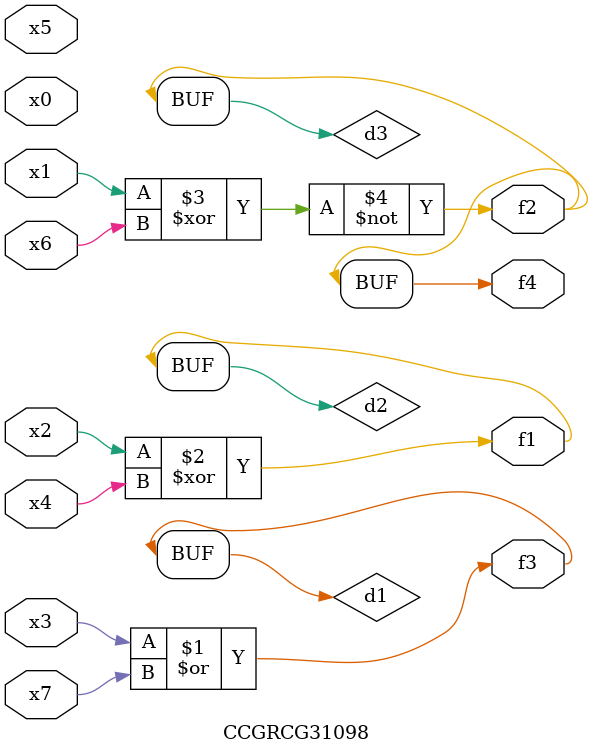
<source format=v>
module CCGRCG31098(
	input x0, x1, x2, x3, x4, x5, x6, x7,
	output f1, f2, f3, f4
);

	wire d1, d2, d3;

	or (d1, x3, x7);
	xor (d2, x2, x4);
	xnor (d3, x1, x6);
	assign f1 = d2;
	assign f2 = d3;
	assign f3 = d1;
	assign f4 = d3;
endmodule

</source>
